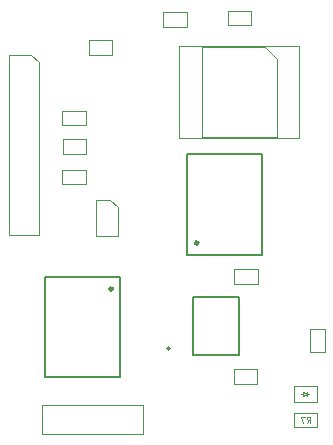
<source format=gbr>
G04 #@! TF.GenerationSoftware,KiCad,Pcbnew,5.1.7-a382d34a8~88~ubuntu18.04.1*
G04 #@! TF.CreationDate,2021-11-20T10:26:26+05:30*
G04 #@! TF.ProjectId,BackEnd_switch_Normal_v1,4261636b-456e-4645-9f73-77697463685f,rev?*
G04 #@! TF.SameCoordinates,Original*
G04 #@! TF.FileFunction,Other,Fab,Bot*
%FSLAX46Y46*%
G04 Gerber Fmt 4.6, Leading zero omitted, Abs format (unit mm)*
G04 Created by KiCad (PCBNEW 5.1.7-a382d34a8~88~ubuntu18.04.1) date 2021-11-20 10:26:26*
%MOMM*%
%LPD*%
G01*
G04 APERTURE LIST*
%ADD10C,0.127000*%
%ADD11C,0.200000*%
%ADD12C,0.100000*%
%ADD13C,0.300000*%
%ADD14C,0.080000*%
G04 APERTURE END LIST*
D10*
X133306000Y-128116000D02*
X133306000Y-123216000D01*
X129406000Y-128116000D02*
X129406000Y-123216000D01*
X129406000Y-123216000D02*
X133306000Y-123216000D01*
X129406000Y-128116000D02*
X133306000Y-128116000D01*
D11*
X127392000Y-127536000D02*
G75*
G03*
X127392000Y-127536000I-100000J0D01*
G01*
D12*
X132304000Y-100180300D02*
X134304000Y-100180300D01*
X132304000Y-98930300D02*
X132304000Y-100180300D01*
X134304000Y-98930300D02*
X132304000Y-98930300D01*
X134304000Y-100180300D02*
X134304000Y-98930300D01*
X134810000Y-129258000D02*
X132810000Y-129258000D01*
X134810000Y-130508000D02*
X134810000Y-129258000D01*
X132810000Y-130508000D02*
X134810000Y-130508000D01*
X132810000Y-129258000D02*
X132810000Y-130508000D01*
X134850000Y-120784000D02*
X132850000Y-120784000D01*
X134850000Y-122034000D02*
X134850000Y-120784000D01*
X132850000Y-122034000D02*
X134850000Y-122034000D01*
X132850000Y-120784000D02*
X132850000Y-122034000D01*
X115659000Y-102672000D02*
X113754000Y-102672000D01*
X113754000Y-102672000D02*
X113754000Y-117912000D01*
X113754000Y-117912000D02*
X116294000Y-117912000D01*
X116294000Y-117912000D02*
X116294000Y-103307000D01*
X116294000Y-103307000D02*
X115659000Y-102672000D01*
D13*
X122541000Y-122485000D02*
G75*
G03*
X122541000Y-122485000I-100000J0D01*
G01*
D10*
X123218000Y-121465000D02*
X116868000Y-121465000D01*
X123218000Y-129975000D02*
X123218000Y-121465000D01*
X116868000Y-129975000D02*
X123218000Y-129975000D01*
X116868000Y-121465000D02*
X116868000Y-129975000D01*
D13*
X129779000Y-118587000D02*
G75*
G03*
X129779000Y-118587000I-100000J0D01*
G01*
D10*
X128902000Y-119607000D02*
X135252000Y-119607000D01*
X128902000Y-111097000D02*
X128902000Y-119607000D01*
X135252000Y-111097000D02*
X128902000Y-111097000D01*
X135252000Y-119607000D02*
X135252000Y-111097000D01*
D12*
X137913000Y-132956000D02*
X137913000Y-134206000D01*
X137913000Y-134206000D02*
X139913000Y-134206000D01*
X139913000Y-134206000D02*
X139913000Y-132956000D01*
X139913000Y-132956000D02*
X137913000Y-132956000D01*
X120276000Y-113635000D02*
X120276000Y-112385000D01*
X120276000Y-112385000D02*
X118276000Y-112385000D01*
X118276000Y-112385000D02*
X118276000Y-113635000D01*
X118276000Y-113635000D02*
X120276000Y-113635000D01*
X139268000Y-127857000D02*
X140518000Y-127857000D01*
X140518000Y-127857000D02*
X140518000Y-125857000D01*
X140518000Y-125857000D02*
X139268000Y-125857000D01*
X139268000Y-125857000D02*
X139268000Y-127857000D01*
X122554000Y-102705000D02*
X122554000Y-101455000D01*
X122554000Y-101455000D02*
X120554000Y-101455000D01*
X120554000Y-101455000D02*
X120554000Y-102705000D01*
X120554000Y-102705000D02*
X122554000Y-102705000D01*
X118325000Y-109799000D02*
X118325000Y-111049000D01*
X118325000Y-111049000D02*
X120325000Y-111049000D01*
X120325000Y-111049000D02*
X120325000Y-109799000D01*
X120325000Y-109799000D02*
X118325000Y-109799000D01*
X120311000Y-107399000D02*
X118311000Y-107399000D01*
X120311000Y-108649000D02*
X120311000Y-107399000D01*
X118311000Y-108649000D02*
X120311000Y-108649000D01*
X118311000Y-107399000D02*
X118311000Y-108649000D01*
X125106000Y-132282000D02*
X125106000Y-134758000D01*
X116606000Y-132282000D02*
X125106000Y-132282000D01*
X116606000Y-134758000D02*
X116606000Y-132282000D01*
X125106000Y-134758000D02*
X116606000Y-134758000D01*
X138708000Y-131392000D02*
X138508000Y-131392000D01*
X139008000Y-131392000D02*
X139208000Y-131392000D01*
X139008000Y-131192000D02*
X139008000Y-131592000D01*
X138708000Y-131592000D02*
X138708000Y-131192000D01*
X139008000Y-131392000D02*
X138708000Y-131592000D01*
X138708000Y-131192000D02*
X139008000Y-131392000D01*
X139908000Y-132042000D02*
X139908000Y-130742000D01*
X137908000Y-132042000D02*
X139908000Y-132042000D01*
X137908000Y-130742000D02*
X137908000Y-132042000D01*
X139908000Y-130742000D02*
X137908000Y-130742000D01*
X128846000Y-100289600D02*
X128846000Y-99049600D01*
X126846000Y-100289600D02*
X128846000Y-100289600D01*
X126846000Y-99049600D02*
X126846000Y-100289600D01*
X128846000Y-99049600D02*
X126846000Y-99049600D01*
X135454000Y-102017000D02*
X130104000Y-102017000D01*
X130104000Y-102017000D02*
X130104000Y-109637000D01*
X130104000Y-109637000D02*
X136454000Y-109637000D01*
X136454000Y-109637000D02*
X136454000Y-103017000D01*
X136454000Y-103017000D02*
X135454000Y-102017000D01*
X138359000Y-101957000D02*
X138359000Y-109697000D01*
X138359000Y-109697000D02*
X128199000Y-109697000D01*
X128199000Y-109697000D02*
X128199000Y-101957000D01*
X128199000Y-101957000D02*
X138359000Y-101957000D01*
X121188000Y-114934000D02*
X121188000Y-118034000D01*
X121188000Y-118034000D02*
X122988000Y-118034000D01*
X122988000Y-115584000D02*
X122988000Y-118034000D01*
X121188000Y-114934000D02*
X122338000Y-114934000D01*
X122988000Y-115584000D02*
X122338000Y-114934000D01*
D14*
X138996333Y-133807190D02*
X139163000Y-133569095D01*
X139282047Y-133807190D02*
X139282047Y-133307190D01*
X139091571Y-133307190D01*
X139043952Y-133331000D01*
X139020142Y-133354809D01*
X138996333Y-133402428D01*
X138996333Y-133473857D01*
X139020142Y-133521476D01*
X139043952Y-133545285D01*
X139091571Y-133569095D01*
X139282047Y-133569095D01*
X138829666Y-133307190D02*
X138496333Y-133307190D01*
X138710619Y-133807190D01*
M02*

</source>
